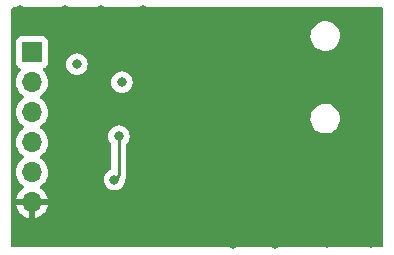
<source format=gbr>
%TF.GenerationSoftware,KiCad,Pcbnew,(6.0.7)*%
%TF.CreationDate,2023-03-19T22:57:20-05:00*%
%TF.ProjectId,CS4334wHeadphoneJack,43533433-3334-4774-9865-616470686f6e,rev?*%
%TF.SameCoordinates,Original*%
%TF.FileFunction,Copper,L2,Bot*%
%TF.FilePolarity,Positive*%
%FSLAX46Y46*%
G04 Gerber Fmt 4.6, Leading zero omitted, Abs format (unit mm)*
G04 Created by KiCad (PCBNEW (6.0.7)) date 2023-03-19 22:57:20*
%MOMM*%
%LPD*%
G01*
G04 APERTURE LIST*
%TA.AperFunction,ComponentPad*%
%ADD10R,1.700000X1.700000*%
%TD*%
%TA.AperFunction,ComponentPad*%
%ADD11O,1.700000X1.700000*%
%TD*%
%TA.AperFunction,ViaPad*%
%ADD12C,0.800000*%
%TD*%
%TA.AperFunction,Conductor*%
%ADD13C,0.254000*%
%TD*%
G04 APERTURE END LIST*
D10*
%TO.P,J1,1,Pin_1*%
%TO.N,+5V*%
X154940000Y-96520000D03*
D11*
%TO.P,J1,2,Pin_2*%
%TO.N,SDATA*%
X154940000Y-99060000D03*
%TO.P,J1,3,Pin_3*%
%TO.N,SCLK*%
X154940000Y-101600000D03*
%TO.P,J1,4,Pin_4*%
%TO.N,LRCK*%
X154940000Y-104140000D03*
%TO.P,J1,5,Pin_5*%
%TO.N,MCLK*%
X154940000Y-106680000D03*
%TO.P,J1,6,Pin_6*%
%TO.N,GND*%
X154940000Y-109220000D03*
%TD*%
D12*
%TO.N,AOUTL*%
X161925000Y-107315000D03*
%TO.N,*%
X162560000Y-99060000D03*
X158750000Y-97536000D03*
%TO.N,AOUTL*%
X162306000Y-103632000D03*
%TO.N,GND*%
X169164000Y-105410000D03*
X164338000Y-101346000D03*
X178562000Y-93345000D03*
X172212000Y-93472000D03*
X181864000Y-97790000D03*
X164592000Y-111506000D03*
X183642000Y-112649000D03*
X171958000Y-101854000D03*
X183388000Y-109601000D03*
X176022000Y-109220000D03*
X160782000Y-92964000D03*
X168910000Y-93472000D03*
X179959000Y-112649000D03*
X153924000Y-111506000D03*
X157480000Y-94996000D03*
X171958000Y-112776000D03*
X175514000Y-112776000D03*
X161290000Y-111252000D03*
X177673000Y-100457000D03*
X183388000Y-106553000D03*
X164338000Y-92964000D03*
X153924000Y-92964000D03*
X157734000Y-92964000D03*
X179578000Y-109982000D03*
X157480000Y-111252000D03*
%TD*%
D13*
%TO.N,AOUTL*%
X162306000Y-106934000D02*
X161925000Y-107315000D01*
X162306000Y-103632000D02*
X162306000Y-106934000D01*
%TD*%
%TA.AperFunction,Conductor*%
%TO.N,GND*%
G36*
X153640157Y-92690162D02*
G01*
X153646800Y-92693281D01*
X153757386Y-92710500D01*
X184531500Y-92710500D01*
X184599621Y-92730502D01*
X184646114Y-92784158D01*
X184657500Y-92836500D01*
X184657500Y-112903500D01*
X184637498Y-112971621D01*
X184583842Y-113018114D01*
X184531500Y-113029500D01*
X153288500Y-113029500D01*
X153220379Y-113009498D01*
X153173886Y-112955842D01*
X153162500Y-112903500D01*
X153162500Y-109487966D01*
X153608257Y-109487966D01*
X153638565Y-109622446D01*
X153641645Y-109632275D01*
X153721770Y-109829603D01*
X153726413Y-109838794D01*
X153837694Y-110020388D01*
X153843777Y-110028699D01*
X153983213Y-110189667D01*
X153990580Y-110196883D01*
X154154434Y-110332916D01*
X154162881Y-110338831D01*
X154346756Y-110446279D01*
X154356042Y-110450729D01*
X154555001Y-110526703D01*
X154564899Y-110529579D01*
X154668250Y-110550606D01*
X154682299Y-110549410D01*
X154686000Y-110539065D01*
X154686000Y-110538517D01*
X155194000Y-110538517D01*
X155198064Y-110552359D01*
X155211478Y-110554393D01*
X155218184Y-110553534D01*
X155228262Y-110551392D01*
X155432255Y-110490191D01*
X155441842Y-110486433D01*
X155633095Y-110392739D01*
X155641945Y-110387464D01*
X155815328Y-110263792D01*
X155823200Y-110257139D01*
X155974052Y-110106812D01*
X155980730Y-110098965D01*
X156105003Y-109926020D01*
X156110313Y-109917183D01*
X156204670Y-109726267D01*
X156208469Y-109716672D01*
X156270377Y-109512910D01*
X156272555Y-109502837D01*
X156273986Y-109491962D01*
X156271775Y-109477778D01*
X156258617Y-109474000D01*
X155212115Y-109474000D01*
X155196876Y-109478475D01*
X155195671Y-109479865D01*
X155194000Y-109487548D01*
X155194000Y-110538517D01*
X154686000Y-110538517D01*
X154686000Y-109492115D01*
X154681525Y-109476876D01*
X154680135Y-109475671D01*
X154672452Y-109474000D01*
X153623225Y-109474000D01*
X153609694Y-109477973D01*
X153608257Y-109487966D01*
X153162500Y-109487966D01*
X153162500Y-106646695D01*
X153577251Y-106646695D01*
X153577548Y-106651848D01*
X153577548Y-106651851D01*
X153583011Y-106746590D01*
X153590110Y-106869715D01*
X153591247Y-106874761D01*
X153591248Y-106874767D01*
X153599176Y-106909944D01*
X153639222Y-107087639D01*
X153692704Y-107219350D01*
X153718948Y-107283981D01*
X153723266Y-107294616D01*
X153839987Y-107485088D01*
X153986250Y-107653938D01*
X154158126Y-107796632D01*
X154231955Y-107839774D01*
X154280679Y-107891412D01*
X154293750Y-107961195D01*
X154267019Y-108026967D01*
X154226562Y-108060327D01*
X154218457Y-108064546D01*
X154209738Y-108070036D01*
X154039433Y-108197905D01*
X154031726Y-108204748D01*
X153884590Y-108358717D01*
X153878104Y-108366727D01*
X153758098Y-108542649D01*
X153753000Y-108551623D01*
X153663338Y-108744783D01*
X153659775Y-108754470D01*
X153604389Y-108954183D01*
X153605912Y-108962607D01*
X153618292Y-108966000D01*
X156258344Y-108966000D01*
X156271875Y-108962027D01*
X156273180Y-108952947D01*
X156231214Y-108785875D01*
X156227894Y-108776124D01*
X156142972Y-108580814D01*
X156138105Y-108571739D01*
X156022426Y-108392926D01*
X156016136Y-108384757D01*
X155872806Y-108227240D01*
X155865273Y-108220215D01*
X155698139Y-108088222D01*
X155689556Y-108082520D01*
X155652602Y-108062120D01*
X155602631Y-108011687D01*
X155587859Y-107942245D01*
X155612975Y-107875839D01*
X155640327Y-107849232D01*
X155663797Y-107832491D01*
X155819860Y-107721173D01*
X155978096Y-107563489D01*
X156037594Y-107480689D01*
X156105435Y-107386277D01*
X156108453Y-107382077D01*
X156141605Y-107315000D01*
X161011496Y-107315000D01*
X161031458Y-107504928D01*
X161090473Y-107686556D01*
X161185960Y-107851944D01*
X161313747Y-107993866D01*
X161468248Y-108106118D01*
X161474276Y-108108802D01*
X161474278Y-108108803D01*
X161636681Y-108181109D01*
X161642712Y-108183794D01*
X161709099Y-108197905D01*
X161823056Y-108222128D01*
X161823061Y-108222128D01*
X161829513Y-108223500D01*
X162020487Y-108223500D01*
X162026939Y-108222128D01*
X162026944Y-108222128D01*
X162140901Y-108197905D01*
X162207288Y-108183794D01*
X162213319Y-108181109D01*
X162375722Y-108108803D01*
X162375724Y-108108802D01*
X162381752Y-108106118D01*
X162536253Y-107993866D01*
X162664040Y-107851944D01*
X162759527Y-107686556D01*
X162818542Y-107504928D01*
X162838504Y-107315000D01*
X162840657Y-107315226D01*
X162854874Y-107263257D01*
X162857349Y-107260067D01*
X162860495Y-107252798D01*
X162860497Y-107252794D01*
X162874969Y-107219350D01*
X162880192Y-107208689D01*
X162897749Y-107176753D01*
X162897751Y-107176748D01*
X162901569Y-107169803D01*
X162903539Y-107162129D01*
X162903542Y-107162122D01*
X162906632Y-107150087D01*
X162913036Y-107131382D01*
X162917967Y-107119987D01*
X162921117Y-107112708D01*
X162928060Y-107068873D01*
X162930467Y-107057251D01*
X162941500Y-107014282D01*
X162941500Y-106993935D01*
X162943051Y-106974224D01*
X162944995Y-106961950D01*
X162946235Y-106954121D01*
X162942059Y-106909944D01*
X162941500Y-106898086D01*
X162941500Y-104332303D01*
X162961502Y-104264182D01*
X162973864Y-104247993D01*
X163040621Y-104173852D01*
X163040622Y-104173851D01*
X163045040Y-104168944D01*
X163140527Y-104003556D01*
X163199542Y-103821928D01*
X163215059Y-103674297D01*
X163218814Y-103638565D01*
X163219504Y-103632000D01*
X163218814Y-103625435D01*
X163200232Y-103448635D01*
X163200232Y-103448633D01*
X163199542Y-103442072D01*
X163140527Y-103260444D01*
X163045040Y-103095056D01*
X162966475Y-103007800D01*
X162921675Y-102958045D01*
X162921674Y-102958044D01*
X162917253Y-102953134D01*
X162805303Y-102871797D01*
X162768094Y-102844763D01*
X162768093Y-102844762D01*
X162762752Y-102840882D01*
X162756724Y-102838198D01*
X162756722Y-102838197D01*
X162594319Y-102765891D01*
X162594318Y-102765891D01*
X162588288Y-102763206D01*
X162494887Y-102743353D01*
X162407944Y-102724872D01*
X162407939Y-102724872D01*
X162401487Y-102723500D01*
X162210513Y-102723500D01*
X162204061Y-102724872D01*
X162204056Y-102724872D01*
X162117113Y-102743353D01*
X162023712Y-102763206D01*
X162017682Y-102765891D01*
X162017681Y-102765891D01*
X161855278Y-102838197D01*
X161855276Y-102838198D01*
X161849248Y-102840882D01*
X161843907Y-102844762D01*
X161843906Y-102844763D01*
X161806697Y-102871797D01*
X161694747Y-102953134D01*
X161690326Y-102958044D01*
X161690325Y-102958045D01*
X161645526Y-103007800D01*
X161566960Y-103095056D01*
X161471473Y-103260444D01*
X161412458Y-103442072D01*
X161411768Y-103448633D01*
X161411768Y-103448635D01*
X161393186Y-103625435D01*
X161392496Y-103632000D01*
X161393186Y-103638565D01*
X161396942Y-103674297D01*
X161412458Y-103821928D01*
X161471473Y-104003556D01*
X161566960Y-104168944D01*
X161571378Y-104173851D01*
X161571379Y-104173852D01*
X161638136Y-104247993D01*
X161668854Y-104312000D01*
X161670500Y-104332303D01*
X161670500Y-106352008D01*
X161650498Y-106420129D01*
X161595749Y-106467115D01*
X161474278Y-106521197D01*
X161474276Y-106521198D01*
X161468248Y-106523882D01*
X161313747Y-106636134D01*
X161309326Y-106641044D01*
X161309325Y-106641045D01*
X161211305Y-106749908D01*
X161185960Y-106778056D01*
X161182659Y-106783774D01*
X161116661Y-106898086D01*
X161090473Y-106943444D01*
X161031458Y-107125072D01*
X161030768Y-107131633D01*
X161030768Y-107131635D01*
X161021549Y-107219350D01*
X161011496Y-107315000D01*
X156141605Y-107315000D01*
X156205136Y-107186453D01*
X156205137Y-107186451D01*
X156207430Y-107181811D01*
X156272370Y-106968069D01*
X156301529Y-106746590D01*
X156303156Y-106680000D01*
X156284852Y-106457361D01*
X156230431Y-106240702D01*
X156141354Y-106035840D01*
X156020014Y-105848277D01*
X155869670Y-105683051D01*
X155865619Y-105679852D01*
X155865615Y-105679848D01*
X155698414Y-105547800D01*
X155698410Y-105547798D01*
X155694359Y-105544598D01*
X155653053Y-105521796D01*
X155603084Y-105471364D01*
X155588312Y-105401921D01*
X155613428Y-105335516D01*
X155640780Y-105308909D01*
X155684603Y-105277650D01*
X155819860Y-105181173D01*
X155978096Y-105023489D01*
X156037594Y-104940689D01*
X156105435Y-104846277D01*
X156108453Y-104842077D01*
X156207430Y-104641811D01*
X156272370Y-104428069D01*
X156301529Y-104206590D01*
X156303156Y-104140000D01*
X156284852Y-103917361D01*
X156230431Y-103700702D01*
X156141354Y-103495840D01*
X156079403Y-103400079D01*
X156022822Y-103312617D01*
X156022820Y-103312614D01*
X156020014Y-103308277D01*
X155869670Y-103143051D01*
X155865619Y-103139852D01*
X155865615Y-103139848D01*
X155698414Y-103007800D01*
X155698410Y-103007798D01*
X155694359Y-103004598D01*
X155653053Y-102981796D01*
X155603084Y-102931364D01*
X155588312Y-102861921D01*
X155613428Y-102795516D01*
X155640780Y-102768909D01*
X155704441Y-102723500D01*
X155819860Y-102641173D01*
X155978096Y-102483489D01*
X156037594Y-102400689D01*
X156105435Y-102306277D01*
X156108453Y-102302077D01*
X156165738Y-102186169D01*
X178523740Y-102186169D01*
X178550714Y-102409069D01*
X178616734Y-102623670D01*
X178719713Y-102823188D01*
X178856396Y-103001317D01*
X179022462Y-103152426D01*
X179138542Y-103225242D01*
X179207908Y-103268756D01*
X179207912Y-103268758D01*
X179212664Y-103271739D01*
X179420987Y-103355484D01*
X179640849Y-103401016D01*
X179645460Y-103401282D01*
X179645461Y-103401282D01*
X179696001Y-103404196D01*
X179696005Y-103404196D01*
X179697824Y-103404301D01*
X179842966Y-103404301D01*
X179845753Y-103404052D01*
X179845759Y-103404052D01*
X179915680Y-103397812D01*
X180009638Y-103389426D01*
X180015052Y-103387945D01*
X180015057Y-103387944D01*
X180142987Y-103352946D01*
X180226207Y-103330179D01*
X180231265Y-103327767D01*
X180231269Y-103327765D01*
X180354983Y-103268756D01*
X180428861Y-103233518D01*
X180611195Y-103102498D01*
X180713560Y-102996866D01*
X180763538Y-102945293D01*
X180763539Y-102945291D01*
X180767446Y-102941260D01*
X180892675Y-102754900D01*
X180982923Y-102549310D01*
X181035337Y-102330987D01*
X181043366Y-102191746D01*
X181047939Y-102112440D01*
X181047939Y-102112437D01*
X181048262Y-102106833D01*
X181021288Y-101883933D01*
X180955268Y-101669332D01*
X180904955Y-101571851D01*
X180854861Y-101474797D01*
X180854861Y-101474796D01*
X180852289Y-101469814D01*
X180715606Y-101291685D01*
X180549540Y-101140576D01*
X180420268Y-101059484D01*
X180364094Y-101024246D01*
X180364090Y-101024244D01*
X180359338Y-101021263D01*
X180151015Y-100937518D01*
X179931153Y-100891986D01*
X179926542Y-100891720D01*
X179926541Y-100891720D01*
X179876001Y-100888806D01*
X179875997Y-100888806D01*
X179874178Y-100888701D01*
X179729036Y-100888701D01*
X179726249Y-100888950D01*
X179726243Y-100888950D01*
X179656322Y-100895190D01*
X179562364Y-100903576D01*
X179556950Y-100905057D01*
X179556945Y-100905058D01*
X179442450Y-100936381D01*
X179345795Y-100962823D01*
X179340737Y-100965235D01*
X179340733Y-100965237D01*
X179244468Y-101011153D01*
X179143141Y-101059484D01*
X178960807Y-101190504D01*
X178804556Y-101351742D01*
X178679327Y-101538102D01*
X178589079Y-101743692D01*
X178536665Y-101962015D01*
X178536342Y-101967620D01*
X178528315Y-102106833D01*
X178523740Y-102186169D01*
X156165738Y-102186169D01*
X156207430Y-102101811D01*
X156239900Y-101994940D01*
X156270865Y-101893023D01*
X156270865Y-101893021D01*
X156272370Y-101888069D01*
X156301529Y-101666590D01*
X156303156Y-101600000D01*
X156284852Y-101377361D01*
X156230431Y-101160702D01*
X156141354Y-100955840D01*
X156020014Y-100768277D01*
X155869670Y-100603051D01*
X155865619Y-100599852D01*
X155865615Y-100599848D01*
X155698414Y-100467800D01*
X155698410Y-100467798D01*
X155694359Y-100464598D01*
X155653053Y-100441796D01*
X155603084Y-100391364D01*
X155588312Y-100321921D01*
X155613428Y-100255516D01*
X155640780Y-100228909D01*
X155684603Y-100197650D01*
X155819860Y-100101173D01*
X155978096Y-99943489D01*
X155987670Y-99930166D01*
X156105435Y-99766277D01*
X156108453Y-99762077D01*
X156118006Y-99742749D01*
X156205136Y-99566453D01*
X156205137Y-99566451D01*
X156207430Y-99561811D01*
X156272370Y-99348069D01*
X156301529Y-99126590D01*
X156303156Y-99060000D01*
X161646496Y-99060000D01*
X161647186Y-99066565D01*
X161653844Y-99129908D01*
X161666458Y-99249928D01*
X161725473Y-99431556D01*
X161728776Y-99437278D01*
X161728777Y-99437279D01*
X161749069Y-99472425D01*
X161820960Y-99596944D01*
X161948747Y-99738866D01*
X162103248Y-99851118D01*
X162109276Y-99853802D01*
X162109278Y-99853803D01*
X162134625Y-99865088D01*
X162277712Y-99928794D01*
X162364009Y-99947137D01*
X162458056Y-99967128D01*
X162458061Y-99967128D01*
X162464513Y-99968500D01*
X162655487Y-99968500D01*
X162661939Y-99967128D01*
X162661944Y-99967128D01*
X162755991Y-99947137D01*
X162842288Y-99928794D01*
X162985375Y-99865088D01*
X163010722Y-99853803D01*
X163010724Y-99853802D01*
X163016752Y-99851118D01*
X163171253Y-99738866D01*
X163299040Y-99596944D01*
X163370931Y-99472425D01*
X163391223Y-99437279D01*
X163391224Y-99437278D01*
X163394527Y-99431556D01*
X163453542Y-99249928D01*
X163466157Y-99129908D01*
X163472814Y-99066565D01*
X163473504Y-99060000D01*
X163453542Y-98870072D01*
X163394527Y-98688444D01*
X163299040Y-98523056D01*
X163202503Y-98415840D01*
X163175675Y-98386045D01*
X163175674Y-98386044D01*
X163171253Y-98381134D01*
X163016752Y-98268882D01*
X163010724Y-98266198D01*
X163010722Y-98266197D01*
X162848319Y-98193891D01*
X162848318Y-98193891D01*
X162842288Y-98191206D01*
X162748888Y-98171353D01*
X162661944Y-98152872D01*
X162661939Y-98152872D01*
X162655487Y-98151500D01*
X162464513Y-98151500D01*
X162458061Y-98152872D01*
X162458056Y-98152872D01*
X162371112Y-98171353D01*
X162277712Y-98191206D01*
X162271682Y-98193891D01*
X162271681Y-98193891D01*
X162109278Y-98266197D01*
X162109276Y-98266198D01*
X162103248Y-98268882D01*
X161948747Y-98381134D01*
X161944326Y-98386044D01*
X161944325Y-98386045D01*
X161917498Y-98415840D01*
X161820960Y-98523056D01*
X161725473Y-98688444D01*
X161666458Y-98870072D01*
X161646496Y-99060000D01*
X156303156Y-99060000D01*
X156284852Y-98837361D01*
X156230431Y-98620702D01*
X156141354Y-98415840D01*
X156081446Y-98323237D01*
X156022822Y-98232617D01*
X156022820Y-98232614D01*
X156020014Y-98228277D01*
X156016532Y-98224450D01*
X155872798Y-98066488D01*
X155841746Y-98002642D01*
X155850141Y-97932143D01*
X155895317Y-97877375D01*
X155921761Y-97863706D01*
X156028297Y-97823767D01*
X156036705Y-97820615D01*
X156153261Y-97733261D01*
X156240615Y-97616705D01*
X156270870Y-97536000D01*
X157836496Y-97536000D01*
X157856458Y-97725928D01*
X157915473Y-97907556D01*
X158010960Y-98072944D01*
X158138747Y-98214866D01*
X158293248Y-98327118D01*
X158299276Y-98329802D01*
X158299278Y-98329803D01*
X158427027Y-98386680D01*
X158467712Y-98404794D01*
X158542026Y-98420590D01*
X158648056Y-98443128D01*
X158648061Y-98443128D01*
X158654513Y-98444500D01*
X158845487Y-98444500D01*
X158851939Y-98443128D01*
X158851944Y-98443128D01*
X158957974Y-98420590D01*
X159032288Y-98404794D01*
X159072973Y-98386680D01*
X159200722Y-98329803D01*
X159200724Y-98329802D01*
X159206752Y-98327118D01*
X159361253Y-98214866D01*
X159489040Y-98072944D01*
X159584527Y-97907556D01*
X159643542Y-97725928D01*
X159663504Y-97536000D01*
X159658429Y-97487715D01*
X159644232Y-97352635D01*
X159644232Y-97352633D01*
X159643542Y-97346072D01*
X159584527Y-97164444D01*
X159489040Y-96999056D01*
X159361253Y-96857134D01*
X159206752Y-96744882D01*
X159200724Y-96742198D01*
X159200722Y-96742197D01*
X159038319Y-96669891D01*
X159038318Y-96669891D01*
X159032288Y-96667206D01*
X158938888Y-96647353D01*
X158851944Y-96628872D01*
X158851939Y-96628872D01*
X158845487Y-96627500D01*
X158654513Y-96627500D01*
X158648061Y-96628872D01*
X158648056Y-96628872D01*
X158561112Y-96647353D01*
X158467712Y-96667206D01*
X158461682Y-96669891D01*
X158461681Y-96669891D01*
X158299278Y-96742197D01*
X158299276Y-96742198D01*
X158293248Y-96744882D01*
X158138747Y-96857134D01*
X158010960Y-96999056D01*
X157915473Y-97164444D01*
X157856458Y-97346072D01*
X157855768Y-97352633D01*
X157855768Y-97352635D01*
X157841571Y-97487715D01*
X157836496Y-97536000D01*
X156270870Y-97536000D01*
X156291745Y-97480316D01*
X156298500Y-97418134D01*
X156298500Y-95621866D01*
X156291745Y-95559684D01*
X156240615Y-95423295D01*
X156153261Y-95306739D01*
X156036705Y-95219385D01*
X155948099Y-95186168D01*
X178523740Y-95186168D01*
X178550714Y-95409068D01*
X178616734Y-95623669D01*
X178719713Y-95823187D01*
X178856396Y-96001316D01*
X179022462Y-96152425D01*
X179138542Y-96225241D01*
X179207908Y-96268755D01*
X179207912Y-96268757D01*
X179212664Y-96271738D01*
X179420987Y-96355483D01*
X179640849Y-96401015D01*
X179645460Y-96401281D01*
X179645461Y-96401281D01*
X179696001Y-96404195D01*
X179696005Y-96404195D01*
X179697824Y-96404300D01*
X179842966Y-96404300D01*
X179845753Y-96404051D01*
X179845759Y-96404051D01*
X179915680Y-96397811D01*
X180009638Y-96389425D01*
X180015052Y-96387944D01*
X180015057Y-96387943D01*
X180142987Y-96352945D01*
X180226207Y-96330178D01*
X180231265Y-96327766D01*
X180231269Y-96327764D01*
X180354983Y-96268755D01*
X180428861Y-96233517D01*
X180611195Y-96102497D01*
X180767446Y-95941259D01*
X180892675Y-95754899D01*
X180982923Y-95549309D01*
X181035337Y-95330986D01*
X181040378Y-95243568D01*
X181047939Y-95112439D01*
X181047939Y-95112436D01*
X181048262Y-95106832D01*
X181021288Y-94883932D01*
X180955268Y-94669331D01*
X180852289Y-94469813D01*
X180715606Y-94291684D01*
X180549540Y-94140575D01*
X180420268Y-94059483D01*
X180364094Y-94024245D01*
X180364090Y-94024243D01*
X180359338Y-94021262D01*
X180151015Y-93937517D01*
X179931153Y-93891985D01*
X179926542Y-93891719D01*
X179926541Y-93891719D01*
X179876001Y-93888805D01*
X179875997Y-93888805D01*
X179874178Y-93888700D01*
X179729036Y-93888700D01*
X179726249Y-93888949D01*
X179726243Y-93888949D01*
X179656322Y-93895189D01*
X179562364Y-93903575D01*
X179556950Y-93905056D01*
X179556945Y-93905057D01*
X179442450Y-93936380D01*
X179345795Y-93962822D01*
X179340737Y-93965234D01*
X179340733Y-93965236D01*
X179244468Y-94011153D01*
X179143141Y-94059483D01*
X178960807Y-94190503D01*
X178804556Y-94351741D01*
X178679327Y-94538101D01*
X178589079Y-94743691D01*
X178536665Y-94962014D01*
X178536342Y-94967619D01*
X178528315Y-95106832D01*
X178523740Y-95186168D01*
X155948099Y-95186168D01*
X155900316Y-95168255D01*
X155838134Y-95161500D01*
X154041866Y-95161500D01*
X153979684Y-95168255D01*
X153843295Y-95219385D01*
X153726739Y-95306739D01*
X153639385Y-95423295D01*
X153588255Y-95559684D01*
X153581500Y-95621866D01*
X153581500Y-97418134D01*
X153588255Y-97480316D01*
X153639385Y-97616705D01*
X153726739Y-97733261D01*
X153843295Y-97820615D01*
X153851704Y-97823767D01*
X153851705Y-97823768D01*
X153960451Y-97864535D01*
X154017216Y-97907176D01*
X154041916Y-97973738D01*
X154026709Y-98043087D01*
X154007316Y-98069568D01*
X153880629Y-98202138D01*
X153877715Y-98206410D01*
X153877714Y-98206411D01*
X153869298Y-98218749D01*
X153754743Y-98386680D01*
X153660688Y-98589305D01*
X153600989Y-98804570D01*
X153577251Y-99026695D01*
X153577548Y-99031848D01*
X153577548Y-99031851D01*
X153583011Y-99126590D01*
X153590110Y-99249715D01*
X153591247Y-99254761D01*
X153591248Y-99254767D01*
X153611119Y-99342939D01*
X153639222Y-99467639D01*
X153723266Y-99674616D01*
X153725965Y-99679020D01*
X153833072Y-99853803D01*
X153839987Y-99865088D01*
X153986250Y-100033938D01*
X154158126Y-100176632D01*
X154228595Y-100217811D01*
X154231445Y-100219476D01*
X154280169Y-100271114D01*
X154293240Y-100340897D01*
X154266509Y-100406669D01*
X154226055Y-100440027D01*
X154213607Y-100446507D01*
X154209474Y-100449610D01*
X154209471Y-100449612D01*
X154185247Y-100467800D01*
X154034965Y-100580635D01*
X153880629Y-100742138D01*
X153754743Y-100926680D01*
X153660688Y-101129305D01*
X153600989Y-101344570D01*
X153577251Y-101566695D01*
X153577548Y-101571848D01*
X153577548Y-101571851D01*
X153583011Y-101666590D01*
X153590110Y-101789715D01*
X153591247Y-101794761D01*
X153591248Y-101794767D01*
X153610135Y-101878571D01*
X153639222Y-102007639D01*
X153677236Y-102101256D01*
X153713980Y-102191746D01*
X153723266Y-102214616D01*
X153839987Y-102405088D01*
X153986250Y-102573938D01*
X154158126Y-102716632D01*
X154214818Y-102749760D01*
X154231445Y-102759476D01*
X154280169Y-102811114D01*
X154293240Y-102880897D01*
X154266509Y-102946669D01*
X154226055Y-102980027D01*
X154213607Y-102986507D01*
X154209474Y-102989610D01*
X154209471Y-102989612D01*
X154069033Y-103095056D01*
X154034965Y-103120635D01*
X154031393Y-103124373D01*
X153890567Y-103271739D01*
X153880629Y-103282138D01*
X153877715Y-103286410D01*
X153877714Y-103286411D01*
X153830596Y-103355484D01*
X153754743Y-103466680D01*
X153739003Y-103500590D01*
X153681052Y-103625435D01*
X153660688Y-103669305D01*
X153600989Y-103884570D01*
X153577251Y-104106695D01*
X153577548Y-104111848D01*
X153577548Y-104111851D01*
X153589089Y-104312000D01*
X153590110Y-104329715D01*
X153591247Y-104334761D01*
X153591248Y-104334767D01*
X153611119Y-104422939D01*
X153639222Y-104547639D01*
X153723266Y-104754616D01*
X153839987Y-104945088D01*
X153986250Y-105113938D01*
X154158126Y-105256632D01*
X154228595Y-105297811D01*
X154231445Y-105299476D01*
X154280169Y-105351114D01*
X154293240Y-105420897D01*
X154266509Y-105486669D01*
X154226055Y-105520027D01*
X154213607Y-105526507D01*
X154209474Y-105529610D01*
X154209471Y-105529612D01*
X154185247Y-105547800D01*
X154034965Y-105660635D01*
X153880629Y-105822138D01*
X153754743Y-106006680D01*
X153660688Y-106209305D01*
X153600989Y-106424570D01*
X153577251Y-106646695D01*
X153162500Y-106646695D01*
X153162500Y-93017250D01*
X153164246Y-92996345D01*
X153166770Y-92981344D01*
X153166770Y-92981341D01*
X153167576Y-92976552D01*
X153167729Y-92964000D01*
X153167039Y-92959179D01*
X153166852Y-92956318D01*
X153168137Y-92928411D01*
X153171786Y-92905374D01*
X153183967Y-92867884D01*
X153201855Y-92832776D01*
X153225027Y-92800883D01*
X153252883Y-92773027D01*
X153284775Y-92749855D01*
X153319884Y-92731966D01*
X153357373Y-92719786D01*
X153382026Y-92715881D01*
X153401750Y-92714449D01*
X153409724Y-92715691D01*
X153554152Y-92696805D01*
X153562369Y-92693189D01*
X153571017Y-92690775D01*
X153571914Y-92693987D01*
X153626218Y-92686947D01*
X153640157Y-92690162D01*
G37*
%TD.AperFunction*%
%TD*%
M02*

</source>
